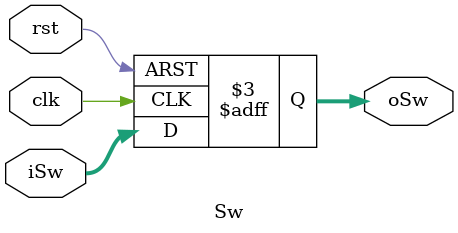
<source format=sv>
module Sw
(
  input logic clk, rst,
  input logic [15:0] iSw,
  output logic [15:0] oSw
);

  always_ff @(posedge clk, negedge rst) begin
    if(!rst) oSw <= 16'b0;
    else     oSw <= iSw; 
  end

endmodule : Sw
</source>
